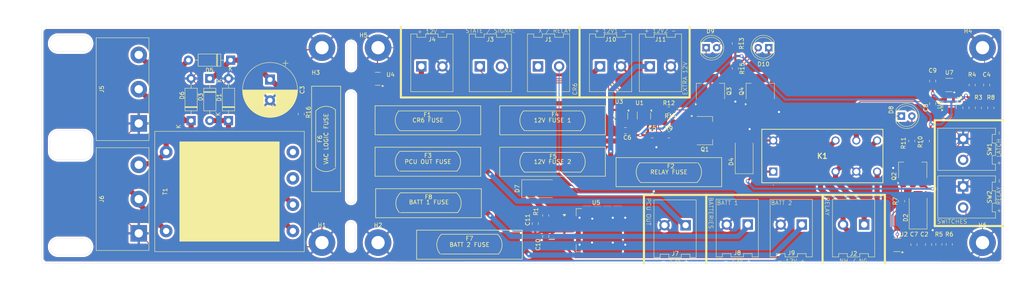
<source format=kicad_pcb>
(kicad_pcb (version 20241229) (generator "pcbnew") (generator_version "9.0")
  (title_block (title "Jet Flener (Revision of Design by Wesley T. Honeycutt)") (date "2025-06-02") (rev "0.4"))
  (layers (0 "F.Cu" signal) (2 "B.Cu" signal) (13 "F.Paste" user) (15 "B.Paste" user) (5 "F.SilkS" user "F.Silkscreen") (7 "B.SilkS" user "B.Silkscreen") (1 "F.Mask" user) (3 "B.Mask" user) (25 "Edge.Cuts" user))
  (net 0 "")
  (net 1 "Net-(C1-Pad2)")
  (net 2 "Net-(C1-Pad1)")
  (net 3 "Net-(D2-K)")
  (net 4 "GND")
  (net 5 "Net-(D3-K)")
  (net 6 "Net-(C4-Pad1)")
  (net 7 "Net-(D1-K)")
  (net 8 "Net-(D2-A)")
  (net 9 "Net-(D4-K)")
  (net 10 "Net-(D5-A)")
  (net 11 "+12V")
  (net 12 "Net-(D7-A)")
  (net 13 "Net-(D8-A)")
  (net 14 "Net-(D8-K)")
  (net 15 "Net-(D9-A)")
  (net 16 "Net-(D9-K)")
  (net 17 "Net-(D10-K)")
  (net 18 "Net-(D10-A)")
  (net 19 "Net-(F2-Pad1)")
  (net 20 "Net-(J7-Pin_1)")
  (net 21 "Net-(U5-IN)")
  (net 22 "Relay-toggle")
  (net 24 "Net-(J2-Pin_1)")
  (net 25 "Net-(J2-Pin_2)")
  (net 26 "LOGIC-Signal")
  (net 27 "Net-(J3-Pin_1)")
  (net 28 "Net-(J5-Pin_3)")
  (net 29 "Net-(J5-Pin_2)")
  (net 30 "Net-(Q1-B)")
  (net 31 "Net-(Q2-C)")
  (net 32 "Net-(Q2-B)")
  (net 33 "Net-(Q3-B)")
  (net 34 "Net-(Q4-B)")
  (net 35 "+5V")
  (net 36 "Net-(R7-Pad2)")
  (net 37 "LOGIC-Button")
  (net 38 "LOGIC-VAC")
  (net 39 "Net-(U1-Pad4)")
  (net 40 "Net-(U6-Pad4)")
  (net 43 "Net-(J4-Pin_1)")
  (net 44 "Net-(J10-Pin_1)")
  (net 45 "Net-(J11-Pin_1)")
  (net 46 "Net-(F6-Pad1)")
  (net 47 "Net-(U4-VI)")
  (net 48 "Net-(J9-Pin_1)")
  (net 49 "Net-(J8-Pin_1)")
  (footprint "EM27Footprints:Molex_Barrier_Term_Block-8.26mm-3pos" (layer "F.Cu") (at 52.4 51.76 90)
    (property "Reference" "J5")
    (property "Value" "Screw_Terminal_01x03")
  )
  (footprint "EM27Footprints:FUSE_5x20" (layer "F.Cu") (at 132 81)
    (property "Reference" "F7")
    (property "Value" "BATT 2 FUSE")
  )
  (footprint "EM27Footprints:FUSE_5x20" (layer "F.Cu") (at 180 63.5 180)
    (property "Reference" "F2")
    (property "Value" "RELAY FUSE")
  )
  (footprint "Diode_THT:D_DO-41_SOD81_P10.16mm_Horizontal" (layer "F.Cu") (at 69.5 40.92 -90)
    (property "Reference" "D3")
    (property "Value" "D")
  )
  (footprint "Capacitor_SMD:C_0805_2012Metric_Pad1.18x1.45mm_HandSolder" (layer "F.Cu") (at 147.85 75.9225 -90)
    (property "Reference" "C11")
    (property "Value" "0.1uF")
  )
  (footprint "EM27Footprints:KobiConn_5.08mm-2pos-35deg_screwterminal" (layer "F.Cu") (at 148.5 38)
    (property "Reference" "J1")
    (property "Value" "Screw_Terminal_01x02")
  )
  (footprint "MountingHole:MountingHole_3.2mm_M3_Pad" (layer "F.Cu") (at 255.5 33.5)
    (property "Reference" "H4")
    (property "Value" "MountingHole_Pad")
  )
  (footprint "Capacitor_SMD:C_0805_2012Metric_Pad1.18x1.45mm_HandSolder" (layer "F.Cu") (at 256.5 42.5 90)
    (property "Reference" "C4")
    (property "Value" "1uF")
  )
  (footprint "Package_TO_SOT_SMD:SOT-23" (layer "F.Cu") (at 109.9375 41 180)
    (property "Reference" "U4")
    (property "Value" "MCP1700x-500xxTT")
  )
  (footprint "Capacitor_SMD:C_0805_2012Metric_Pad1.18x1.45mm_HandSolder" (layer "F.Cu") (at 239 81 90)
    (property "Reference" "C7")
    (property "Value" "0.1uF")
  )
  (footprint "Resistor_SMD:R_0805_2012Metric_Pad1.20x1.40mm_HandSolder" (layer "F.Cu") (at 241.96 56 -90)
    (property "Reference" "R10")
    (property "Value" "100")
  )
  (footprint "EM27Footprints:KobiConn_5.08mm-2pos-35deg_screwterminal" (layer "F.Cu") (at 175.42 38)
    (property "Reference" "J11")
    (property "Value" "Screw_Terminal_01x02")
  )
  (footprint "Package_TO_SOT_SMD:SOT-23-5_HandSoldering" (layer "F.Cu") (at 168.5 49.85 -90)
    (property "Reference" "U3")
    (property "Value" "74AHCT1G08")
  )
  (footprint "EM27Footprints:Molex_Barrier_Term_Block-8.26mm-3pos" (layer "F.Cu") (at 52.4 78.26 90)
    (property "Reference" "J6")
    (property "Value" "Screw_Terminal_01x03")
  )
  (footprint "EM27Footprints:KobiConn_5.08mm-2pos-35deg_screwterminal" (layer "F.Cu") (at 163.42 38)
    (property "Reference" "J10")
    (property "Value" "Screw_Terminal_01x02")
  )
  (footprint "EM27Footprints:KobiConn_5.08mm-2pos-35deg_screwterminal" (layer "F.Cu") (at 120.42 38)
    (property "Reference" "J4")
    (property "Value" "Screw_Terminal_01x02")
  )
  (footprint "Package_TO_SOT_SMD:SOT-223-3_TabPin2" (layer "F.Cu") (at 202 44 90)
    (property "Reference" "Q4")
    (property "Value" "PZTA42")
  )
  (footprint "Resistor_SMD:R_0805_2012Metric_Pad1.20x1.40mm_HandSolder" (layer "F.Cu") (at 247.5 80.925 90)
    (property "Reference" "R5")
    (property "Value" "100k")
  )
  (footprint "EM27Footprints:KobiConn_5.08mm-2pos-35deg_screwterminal" (layer "F.Cu") (at 212 76.15 180)
    (property "Reference" "J9")
    (property "Value" "Screw_Terminal_01x02")
  )
  (footprint "MountingHole:MountingHole_3.2mm_M3_Pad" (layer "F.Cu") (at 96.5 80.5)
    (property "Reference" "H1")
    (property "Value" "MountingHole_Pad")
  )
  (footprint "Capacitor_SMD:C_0805_2012Metric_Pad1.18x1.45mm_HandSolder" (layer "F.Cu") (at 243.5 47 -90)
    (property "Reference" "C8")
    (property "Value" "0.1uF")
  )
  (footprint "Package_TO_SOT_SMD:SOT-223-3_TabPin2" (layer "F.Cu") (at 238.7 63 90)
    (property "Reference" "Q2")
    (property "Value" "PZTA42")
  )
  (footprint "Diode_SMD:D_SMB_Handsoldering" (layer "F.Cu") (at 149.3 67.5)
    (property "Reference" "D7")
    (property "Value" "D_Schottky")
  )
  (footprint "MountingHole:MountingHole_3.2mm_M3_Pad" (layer "F.Cu") (at 110 80.5)
    (property "Reference" "H2")
    (property "Value" "MountingHole_Pad")
  )
  (footprint "Package_TO_SOT_SMD:SOT-23-5_HandSoldering" (layer "F.Cu") (at 247.55 47.35 90)
    (property "Reference" "U6")
    (property "Value" "74AHCT1G00")
  )
  (footprint "Resistor_SMD:R_0805_2012Metric_Pad1.20x1.40mm_HandSolder" (layer "F.Cu") (at 253 42.5 90)
    (property "Reference" "R4")
    (property "Value" "100k")
  )
  (footprint "EM27Footprints:FUSE_5x20" (layer "F.Cu") (at 152 61 180)
    (property "Reference" "F5")
    (property "Value" "12V FUSE 2")
  )
  (footprint "EM27Footprints:FUSE_5x20" (layer "F.Cu") (at 122 61)
    (property "Reference" "F3")
    (property "Value" "PCU OUT FUSE")
  )
  (footprint "LED_THT:LED_D5.0mm" (layer "F.Cu") (at 235.96 50)
    (property "Reference" "D8")
    (property "Value" "LED")
  )
  (footprint "Package_TO_SOT_SMD:SOT-223-3_TabPin2" (layer "F.Cu") (at 188.625 53.5)
    (property "Reference" "Q1")
    (property "Value" "PZTA42")
  )
  (footprint "EM27Footprints:FUSE_5x20" (layer "F.Cu") (at 122.144 71)
    (property "Reference" "F8")
    (property "Value" "BATT 1 FUSE")
  )
  (footprint "EM27Footprints:KobiConn_5.08mm-2pos-35deg_screwterminal" (layer "F.Cu") (at 227 76.15 180)
    (property "Reference" "J2")
    (property "Value" "Screw_Terminal_01x02")
  )
  (footprint "Resistor_SMD:R_0805_2012Metric_Pad1.20x1.40mm_HandSolder" (layer "F.Cu") (at 150.35 73.96 -90)
    (property "Reference" "R1")
    (property "Value" "0")
  )
  (footprint "LED_THT:LED_D5.0mm" (layer "F.Cu") (at 188.96 33.5)
    (property "Reference" "D9")
    (property "Value" "LED")
  )
  (footprint "EM27Footprints:KobiConn_5.08mm-2pos-35deg_screwterminal" (layer "F.Cu") (at 250.825 66.96 -90)
    (property "Reference" "SW2")
    (property "Value" "SW_Push")
  )
  (footprint "LED_THT:LED_D5.0mm" (layer "F.Cu") (at 204.04 33.5 180)
    (property "Reference" "D10")
    (property "Value" "LED")
  )
  (footprint "EM27Footprints:FUSE_5x20" (layer "F.Cu") (at 97.5 55.5 90)
    (property "Reference" "F6")
    (property "Value" "VAC LOGIC FUSE")
  )
  (footprint "Capacitor_SMD:C_0805_2012Metric_Pad1.18x1.45mm_HandSolder" (layer "F.Cu") (at 242.5 80.9625 90)
    (property "Reference" "C2")
    (property "Value" "1uF")
  )
  (footprint "Package_TO_SOT_SMD:SOT-23-5_HandSoldering" (layer "F.Cu") (at 235 81.05 180)
    (property "Reference" "U2")
    (property "Value" "74AHCT1G86")
  )
  (footprint "Diode_THT:D_DO-41_SOD81_P10.16mm_Horizontal" (layer "F.Cu") (at 74 51.08 90)
    (property "Reference" "D1")
    (property "Value" "D")
  )
  (footprint "Package_TO_SOT_SMD:TO-263-3_TabPin2" (layer "F.Cu") (at 162.5 77.5)
    (property "Reference" "U5")
    (property "Value" "L7805")
  )
  (footprint "MountingHole:MountingHole_3.2mm_M3_Pad" (layer "F.Cu") (at 255.5 80.5)
    (property "Reference" "H6")
    (property "Value" "MountingHole_Pad")
  )
  (footprint "EM27Footprints:F12-090-C2" (layer "F.Cu") (at 74.2473 68.175 -90)
    (property "Reference" "T1")
    (property "Value" "Transformer_1P_2S")
  )
  (footprint "Resistor_SMD:R_0805_2012Metric_Pad1.20x1.40mm_HandSolder" (layer "F.Cu") (at 254.5 48 -90)
    (property "Reference" "R3")
    (property "Value" "100k")
  )
  (footprint "Capacitor_SMD:C_0805_2012Metric_Pad1.18x1.45mm_HandSolder" (layer "F.Cu") (at 243.5 41.5375 90)
    (property "Reference" "C9")
    (property "Value" "0.1uF")
  )
  (footprint "EM27Footprints:KobiConn_5.08mm-2pos-35deg_screwterminal" (layer "F.Cu") (at 250.825 55.46 -90)
    (property "Reference" "SW1")
    (property "Value" "SW_Push")
  )
  (footprint "Capacitor_SMD:C_0805_2012Metric_Pad1.18x1.45mm_HandSolder" (layer "F.Cu") (at 176 54.5)
    (property "Reference" "C5")
    (property "Value" "0.1uF")
  )
  (footprint "EM27Footprints:FUSE_5x20" (layer "F.Cu") (at 122 51 180)
    (property "Reference" "F1")
    (property "Value" "CR6 FUSE")
  )
  (footprint "Diode_THT:D_DO-41_SOD81_P10.16mm_Horizontal" (layer "F.Cu") (at 65 51.08 90)
    (property "Reference" "D6")
    (property "Value" "D")
  )
  (footprint "Resistor_SMD:R_0805_2012Metric_Pad1.20x1.40mm_HandSolder" (layer "F.Cu") (at 180 54.5)
    (property "Reference" "R9")
    (property "Value" "0")
  )
  (footprint "EM27Footprints:KobiConn_5.08mm-2pos-35deg_screwterminal" (layer "F.Cu") (at 134.5 38)
    (property "Reference" "J3")
    (property "Value" "Screw_Terminal_01x02")
  )
  (footprint "Resistor_SMD:R_0805_2012Metric_Pad1.20x1.40mm_HandSolder" (layer "F.Cu") (at 196 38.5 -90)
    (property "Reference" "R15")
    (property "Value" "10k")
  )
  (footprint "Capacitor_SMD:C_0805_2012Metric_Pad1.18x1.45mm_HandSolder" (layer "F.Cu") (at 251.5 48 -90)
    (property "Reference" "C1")
    (property "Value" "1uF")
  )
  (footprint "Resistor_SMD:R_0805_2012Metric_Pad1.20x1.40mm_HandSolder" (layer "F.Cu") (at 238.46 56 90)
    (property "Reference" "R11")
    (property "Value" "10k")
  )
  (footprint "Resistor_SMD:R_0805_2012Metric_Pad1.20x1.40mm_HandSolder" (layer "F.Cu") (at 196 32.5 90)
    (property "Reference" "R13")
    (property "Value" "10k")
  )
  (footprint "Resistor_SMD:R_0805_2012Metric_Pad1.20x1.40mm_HandSolder" (layer "F.Cu") (at 180 51.5)
    (property "Reference" "R14")
    (property "Value" "0")
  )
  (footprint "MountingHole:MountingHole_3.2mm_M3_Pad" (layer "F.Cu") (at 96.5 33.5)
    (property "Reference" "H3")
    (property "Value" "MountingHole_Pad")
  )
  (footprint "Diode_SMD:D_SMB_Handsoldering" (layer "F.Cu") (at 198.125 59.175 90)
    (property "Reference" "D4")
    (property "Value" "D")
  )
  (footprint "MountingHole:MountingHole_3.2mm_M3_Pad" (layer "F.Cu") (at 110 33.5)
    (property "Reference" "H5")
    (property "Value" "MountingHole_Pad")
  )
  (footprint "Diode_SMD:D_SMB_Handsoldering" (layer "F.Cu") (at 240 72.5 90)
    (property "Reference" "D2")
    (property "Value" "D")
  )
  (footprint "Package_TO_SOT_SMD:SOT-23-5_HandSoldering" (layer "F.Cu") (at 174 49.85 -90)
    (property "Reference" "U1")
    (property "Value" "74AHCT1G86")
  )
  (footprint "Capacitor_SMD:C_0805_2012Metric_Pad1.18x1.45mm_HandSolder" (layer "F.Cu") (at 150.35 78.9975 90)
    (property "Reference" "C10")
    (property "Value" "0.1uF")
  )
  (footprint "Diode_THT:D_DO-41_SOD81_P10.16mm_Horizontal" (layer "F.Cu") (at 74.5 36.5 180)
    (property "Reference" "D5")
    (property "Value" "D")
  )
  (footprint "Resistor_SMD:R_0805_2012Metric_Pad1.20x1.40mm_HandSolder" (layer "F.Cu") (at 236 70.5 -90)
    (property "Reference" "R7")
    (property "Value" "0")
  )
  (footprint "EM27Footprints:KobiConn_5.08mm-2pos-35deg_screwterminal" (layer "F.Cu") (at 184.028027 76.303805 180)
    (property "Reference" "J7")
    (property "Value" "Screw_Terminal_01x02")
  )
  (footprint "Package_TO_SOT_SMD:SOT-23-5_HandSoldering" (layer "F.Cu") (at 247.5 42.5 180)
    (property "Reference" "U7")
    (property "Value" "74AHCT1G00")
  )
  (footprint "Resistor_SMD:R_0805_2012Metric_Pad1.20x1.40mm_HandSolder" (layer "F.Cu") (at 91.5 49.5 -90)
    (property "Reference" "R16")
    (property "Value" "0")
  )
  (footprint "Resistor_SMD:R_0805_2012Metric_Pad1.20x1.40mm_HandSolder" (layer "F.Cu") (at 257.5 48 -90)
    (property "Reference" "R8")
    (property "Value" "5M")
  )
  (footprint "Resistor_SMD:R_0805_2012Metric_Pad1.20x1.40mm_HandSolder" (layer "F.Cu") (at 245 80.925 -90)
    (property "Reference" "R6")
    (property "Value" "5M")
  )
  (footprint "Resistor_SMD:R_0805_2012Metric_Pad1.20x1.40mm_HandSolder" (layer "F.Cu") (at 180 48.5)
    (property "Reference" "R12")
    (property "Value" "0")
  )
  (footprint "EM27Footprints:J114FL2CS85VDC41" (layer "F.Cu") (at 205.125 63.375)
    (property "Reference" "K1")
    (property "Value" "Relay_DPDT" (hide yes))
  )
  (footprint "EM27Footprints:FUSE_5x20" (layer "F.Cu") (at 152 51 180)
    (property "Reference" "F4")
    (property "Value" "12V FUSE 1")
  )
  (footprint "Package_TO_SOT_SMD:SOT-223-3_TabPin2" (layer "F.Cu") (at 190 44 90)
    (property "Reference" "Q3")
    (property "Value" "PZTA42")
  )
  (footprint "Capacitor_SMD:C_0805_2012Metric_Pad1.18x1.45mm_HandSolder" (layer "F.Cu") (at 169.5375 53.5 180)
    (property "Reference" "C6")
    (property "Value" "0.1uF")
  )
  (footprint "Capacitor_THT:CP_Radial_D13.0mm_P5.00mm" (layer "F.Cu") (at 84 41.184785 -90)
    (property "Reference" "C3")
    (property "Value" "1kuF")
  )
  (footprint "EM27Footprints:KobiConn_5.08mm-2pos-35deg_screwterminal" (layer "F.Cu") (at 199 76.15 180)
    (property "Reference" "J8")
    (property "Value" "Screw_Terminal_01x02")
  )
  (gr_line (start 236.5 32.5) (end 240 32.5) (stroke (width 0.508)) (layer "F.Cu"))
  (gr_line (start 232.5 32.5) (end 233.5 33.5) (stroke (width 0.508)) (layer "F.Cu"))
  (gr_line (start 237.5 38.5) (end 237.5 42.5) (stroke (width 0.508)) (layer "F.Cu"))
  (gr_line (start 236.5 37.5) (end 239.5 37.5) (stroke (width 0.508)) (layer "F.Cu"))
  (gr_line (start 229.5 33.5) (end 230.5 32.5) (stroke (width 0.508)) (layer "F.Cu"))
  (gr_line (start 235.5 33.5) (end 236.5 32.5) (stroke (width 0.508)) (layer "F.Cu"))
  (gr_line (start 215 32.5) (end 215 42.5) (stroke (width 0.508)) (layer "F.Cu"))
  (gr_line (start 227 32.5) (end 227 42.5) (stroke (width 0.508)) (layer "F.Cu"))
  (gr_line (start 224.5 35) (end 227 32.5) (stroke (width 0.508)) (layer "F.Cu"))
  (gr_line (start 240 32.5) (end 237.5 38.5) (stroke (width 0.508)) (layer "F.Cu"))
  (gr_line (start 229.5 40.5) (end 229.5 42.5) (stroke (width 0.508)) (layer "F.Cu"))
  (gr_line (start 215 42.5) (end 219 42.5) (stroke (width 0.508)) (layer "F.Cu"))
  (gr_line (start 222 32.5) (end 224.5 35) (stroke (width 0.508)) (layer "F.Cu"))
  (gr_line (start 215 32.5) (end 219 32.5) (stroke (width 0.508)) (layer "F.Cu"))
  (gr_line (start 215 37.5) (end 217.5 37.5) (stroke (width 0.508)) (layer "F.Cu"))
  (gr_line (start 233.5 33.5) (end 229.5 40.5) (stroke (width 0.508)) (layer "F.Cu"))
  (gr_line (start 230.5 32.5) (end 232.5 32.5) (stroke (width 0.508)) (layer "F.Cu"))
  (gr_line (start 229.5 42.5) (end 233.5 42.5) (stroke (width 0.508)) (layer "F.Cu"))
  (gr_line (start 222 32.5) (end 222 42.5) (stroke (width 0.508)) (layer "F.Cu"))
  (gr_line (start 185 45.5) (end 185 28.5) (stroke (width 0.508)) (layer "F.SilkS"))
  (gr_line (start 217 69) (end 232 69) (stroke (width 0.508)) (layer "F.SilkS"))
  (gr_line (start 244 76.5) (end 244 51) (stroke (width 0.508)) (layer "F.SilkS"))
  (gr_line (start 189 69) (end 189 85.5) (stroke (width 0.508)) (layer "F.SilkS"))
  (gr_line (start 217 69) (end 189 69) (stroke (width 0.508)) (layer "F.SilkS"))
  (gr_line (start 244 76.5) (end 260.5 76.5) (stroke (width 0.508)) (layer "F.SilkS"))
  (gr_line (start 158.5 45.5) (end 185 45.5) (stroke (width 0.508)) (layer "F.SilkS"))
  (gr_line (start 174 69) (end 174 85.5) (stroke (width 0.508)) (layer "F.SilkS"))
  (gr_line (start 115.5 28.5) (end 115.5 45.5) (stroke (width 0.508)) (layer "F.SilkS"))
  (gr_line (start 244 51) (end 260.5 51) (stroke (width 0.508)) (layer "F.SilkS"))
  (gr_line (start 115.5 45.5) (end 158.5 45.5) (stroke (width 0.508)) (layer "F.SilkS"))
  (gr_line (start 232 69) (end 232 85.5) (stroke (width 0.508)) (layer "F.SilkS"))
  (gr_line (start 189 69) (end 174 69) (stroke (width 0.508)) (layer "F.SilkS"))
  (gr_line (start 217 85.5) (end 217 69) (stroke (width 0.508)) (layer "F.SilkS"))
  (gr_line (start 158.5 45.5) (end 158.5 28.5) (stroke (width 0.508)) (layer "F.SilkS"))
  (gr_line (start 104.5 38) (end 104.5 33) (stroke (width 0.05)) (layer "Edge.Cuts"))
  (gr_arc (start 102.5 45) (mid 103.5 44) (end 104.5 45) (stroke (width 0.05)) (layer "Edge.Cuts"))
  (gr_arc (start 33 34.5) (mid 31 32.5) (end 33 30.5) (stroke (width 0.05)) (layer "Edge.Cuts"))
  (gr_line (start 102.5 45) (end 102.5 70) (stroke (width 0.05)) (layer "Edge.Cuts"))
  (gr_line (start 102.5 76.5) (end 102.5 81.5) (stroke (width 0.05)) (layer "Edge.Cuts"))
  (gr_arc (start 104.5 38) (mid 103.5 39) (end 102.5 38) (stroke (width 0.05)) (layer "Edge.Cuts"))
  (gr_line (start 41 58.5) (end 41 55.5) (stroke (width 0.05)) (layer "Edge.Cuts"))
  (gr_arc (start 33 60.5) (mid 31.585786 59.914214) (end 31 58.5) (stroke (width 0.05)) (layer "Edge.Cuts"))
  (gr_arc (start 104.5 81.5) (mid 103.5 82.5) (end 102.5 81.5) (stroke (width 0.05)) (layer "Edge.Cuts"))
  (gr_line (start 39 83.5) (end 33 83.5) (stroke (width 0.05)) (layer "Edge.Cuts"))
  (gr_line (start 29 28.5) (end 29 85.5) (stroke (width 0.05)) (layer "Edge.Cuts"))
  (gr_line (start 102.5 33) (end 102.5 38) (stroke (width 0.05)) (layer "Edge.Cuts"))
  (gr_line (start 33 53.5) (end 39 53.5) (stroke (width 0.05)) (layer "Edge.Cuts"))
  (gr_line (start 260.5 28.5) (end 29 28.5) (stroke (width 0.05)) (layer "Edge.Cuts"))
  (gr_line (start 39 60.5) (end 33 60.5) (stroke (width 0.05)) (layer "Edge.Cuts"))
  (gr_line (start 115 85.5) (end 260.5 85.5) (stroke (width 0.05)) (layer "Edge.Cuts"))
  (gr_line (start 39 34.5) (end 33 34.5) (stroke (width 0.05)) (layer "Edge.Cuts"))
  (gr_line (start 33 79.5) (end 39 79.5) (stroke (width 0.05)) (layer "Edge.Cuts"))
  (gr_arc (start 39 30.5) (mid 41 32.5) (end 39 34.5) (stroke (width 0.05)) (layer "Edge.Cuts"))
  (gr_line (start 31 55.5) (end 31 58.5) (stroke (width 0.05)) (layer "Edge.Cuts"))
  (gr_arc (start 33 83.5) (mid 31 81.5) (end 33 79.5) (stroke (width 0.05)) (layer "Edge.Cuts"))
  (gr_line (start 104.5 70) (end 104.5 45) (stroke (width 0.05)) (layer "Edge.Cuts"))
  (gr_line (start 104.5 81.5) (end 104.5 76.5) (stroke (width 0.05)) (layer "Edge.Cuts"))
  (gr_arc (start 104.5 70) (mid 103.5 71) (end 102.5 70) (stroke (width 0.05)) (layer "Edge.Cuts"))
  (gr_arc (start 41 58.5) (mid 40.414214 59.914214) (end 39 60.5) (stroke (width 0.05)) (layer "Edge.Cuts"))
  (gr_arc (start 102.5 76.5) (mid 103.5 75.5) (end 104.5 76.5) (stroke (width 0.05)) (layer "Edge.Cuts"))
  (gr_arc (start 102.5 33) (mid 103.5 32) (end 104.5 33) (stroke (width 0.05)) (layer "Edge.Cuts"))
  (gr_arc (start 39 79.5) (mid 41 81.5) (end 39 83.5) (stroke (width 0.05)) (layer "Edge.Cuts"))
  (gr_line (start 33 30.5) (end 39 30.5) (stroke (width 0.05)) (layer "Edge.Cuts"))
  (gr_arc (start 39 53.5) (mid 40.414214 54.085786) (end 41 55.5) (stroke (width 0.05)) (layer "Edge.Cuts"))
  (gr_arc (start 31 55.5) (mid 31.585786 54.085786) (end 33 53.5) (stroke (width 0.05)) (layer "Edge.Cuts"))
  (gr_line (start 29 85.5) (end 115 85.5) (stroke (width 0.05)) (layer "Edge.Cuts"))
  (gr_line (start 260.5 85.5) (end 260.5 28.5) (stroke (width 0.05)) (layer "Edge.Cuts"))
  (gr_text "NH / NG" (at 221 85.5 0) (layer "F.SilkS") (effects (font (size 1 1) (thickness 0.1)) (justify left bottom)))
  (gr_text "X / RELAY" (at 148.5 30 0) (layer "F.SilkS") (effects (font (size 1 1) (thickness 0.1)) (justify left bottom)))
  (gr_text "BATT 1" (at 191.5 71.5 0) (layer "F.SilkS") (effects (font (size 1 1) (thickness 0.1)) (justify left bottom)))
  (gr_text "PCU OUT" (at 174.528027 69.653805 270) (layer "F.SilkS") (effects (font (size 1 1) (thickness 0.1)) (justify left bottom)))
  (gr_text "EXTRA 12V" (at 184.5 45 90) (layer "F.SilkS") (effects (font (size 1 1) (thickness 0.1)) (justify left bottom)))
  (gr_text "- 12V +" (at 193 85.5 0) (layer "F.SilkS") (effects (font (size 1 1) (thickness 0.1)) (justify left bottom)))
  (gr_text "SWITCHES" (at 244.5 76 0) (layer "F.SilkS") (effects (font (size 1 1) (thickness 0.1)) (justify left bottom)))
  (gr_text "+ 12V2 -" (at 174 30 0) (layer "F.SilkS") (effects (font (size 1 1) (thickness 0.1)) (justify left bottom)))
  (gr_text "BATTERIES" (at 189.5 69.5 270) (layer "F.SilkS") (effects (font (size 1 1) (thickness 0.1)) (justify left bottom)))
  (gr_text "+ 12V -" (at 119.38 30.2 0) (layer "F.SilkS") (effects (font (size 1 1) (thickness 0.1)) (justify left bottom)))
  (gr_text "RELAY" (at 217.5 69.5 270) (layer "F.SilkS") (effects (font (size 1 1) (thickness 0.1)) (justify left bottom)))
  (gr_text "+ 12V1 -" (at 162 30 0) (layer "F.SilkS") (effects (font (size 1 1) (thickness 0.1)) (justify left bottom)))
  (gr_text "- 12V +" (at 206 85.5 0) (layer "F.SilkS") (effects (font (size 1 1) (thickness 0.1)) (justify left bottom)))
  (gr_text "+ LATCH -" (at 260 62 90) (layer "F.SilkS") (effects (font (size 1 1) (thickness 0.1)) (justify left bottom)))
  (gr_text "+ RELAY -" (at 260 73.5 90) (layer "F.SilkS") (effects (font (size 1 1) (thickness 0.1)) (justify left bottom)))
  (gr_text "STATE / SIGNAL" (at 131 30 0) (layer "F.SilkS") (effects (font (size 1 1) (thickness 0.1)) (justify left bottom)))
  (gr_text "BATT 2" (at 204.5 71.5 0) (layer "F.SilkS") (effects (font (size 1 1) (thickness 0.1)) (justify left bottom)))
  (gr_text "- 12V +" (at 178 85.5 0) (layer "F.SilkS") (effects (font (size 1 1) (thickness 0.1)) (justify left bottom)))
  (gr_text "CR6" (at 158 45 90) (layer "F.SilkS") (effects (font (size 1 1) (thickness 0.1)) (justify left bottom)))
  (segment (start 254.5 49) (end 254.5 56.865) (width 0.2) (layer "F.Cu") (net 1))
  (segment (start 254.5 49) (end 257.5 49) (width 0.2) (layer "F.Cu") (net 1))
  (segment (start 254.5 56.865) (end 250.825 60.54) (width 0.2) (layer "F.Cu") (net 1))
  (segment (start 254.5 49) (end 251.5375 49) (width 0.2) (layer "F.Cu") (net 1))
  (segment (start 251.5375 49) (end 251.5 49.0375) (width 0.2) (layer "F.Cu") (net 1))
  (segment (start 251.05 43.45) (end 253 41.5) (width 0.2) (layer "F.Cu") (net 2))
  (segment (start 248.85 43.45) (end 251.05 43.45) (width 0.2) (layer "F.Cu") (net 2))
  (segment (start 251.5 46.1) (end 251.5 46.9625) (width 0.2) (layer "F.Cu") (net 2))
  (segment (start 248.85 43.45) (end 251.5 46.1) (width 0.2) (layer "F.Cu") (net 2))
  (segment (start 243.759202 81.740798) (end 243.5 82) (width 0.2) (layer "F.Cu") (net 3))
  (segment (start 243.759202 78.565881) (end 243.759202 81.740798) (width 0.2) (layer "F.Cu") (net 3))
  (segment (start 241.299 80.799) (end 239.76216 80.799) (width 0.2) (layer "F.Cu") (net 3))
  (segment (start 242.191364 75.2) (end 244.31484 77.323476) (width 0.2) (layer "F.Cu") (net 3))
  (segment (start 244.31484 78.010243) (end 243.759202 78.565881) (width 0.2) (layer "F.Cu") (net 3))
  (segment (start 244.925 82) (end 245 81.925) (width 0.2) (layer "F.Cu") (net 3))
  (segment (start 242.5 82) (end 241.299 80.799) (width 0.2) (layer "F.Cu") (net 3))
  (segment (start 244.31484 77.323476) (end 244.31484 78.010243) (width 0.2) (layer "F.Cu") (net 3))
  (segment (start 239.76216 80.799) (end 239.51116 81.05) (width 0.2) (layer "F.Cu") (net 3))
  (segment (start 242.5 82) (end 243.5 82) (width 0.2) (layer "F.Cu") (net 3))
  (segment (start 240 75.2) (end 242.191364 75.2) (width 0.2) (layer "F.Cu") (net 3))
  (segment (start 243.5 82) (end 244.925 82) (width 0.2) (layer "F.Cu") (net 3))
  (segment (start 239.51116 81.05) (end 236.35 81.05) (width 0.2) (layer "F.Cu") (net 3))
  (segment (start 197.5 80.23) (end 197.5 80.275) (width 0.25) (layer "F.Cu") (net 4))
  (segment (start 249.801 40.599) (end 248.85 41.55) (width 0.2) (layer "F.Cu") (net 4))
  (segment (start 258.5875 55.5875) (end 259 55.175) (width 0.2) (layer "F.Cu") (net 4))
  (segment (start 247.5 51.4329) (end 247.5 52.135) (width 0.2) (layer "F.Cu") (net 4))
  (segment (start 152.39 77.5) (end 154.85 77.5) (width 0.508) (layer "F.Cu") (net 4))
  (segment (start 181.5 80.275) (end 183 80.275) (width 0.2) (layer "F.Cu") (net 4))
  (segment (start 200.94 55.875) (end 200.94 54.625) (width 0.508) (layer "F.Cu") (net 4))
  (segment (start 71.92 34) (end 92 34) (width 0.2) (layer "F.Cu") (net 4))
  (segment (start 192.3 47.15) (end 195.35 47.15) (width 0.2) (layer "F.Cu") (net 4))
  (segment (start 152.81 77.5) (end 154.85 77.5) (width 0.508) (layer "F.Cu") (net 4))
  (segment (start 256.5 41.4625) (end 255.6365 40.599) (width 0.2) (layer "F.Cu") (net 4))
  (segment (start 109.972766 40.527234) (end 109.8365 40.390968) (width 0.2) (layer "F.Cu") (net 4))
  (segment (start 205 47.5) (end 206.5 49) (width 0.2) (layer "F.Cu") (net 4))
  (segment (start 225.125 63.375) (end 227.25 61.25) (width 0.25) (layer "F.Cu") (net 4))
  (segment (start 259 55.175) (end 259 43.9625) (width 0.2) (layer "F.Cu") (net 4))
  (segment (start 256.46 33.5) (end 254.46 31.5) (width 0.2) (layer "F.Cu") (net 4))
  (segment (start 203.295 80.275) (end 206.92 76.65) (width 0.2) (layer "F.Cu") (net 4))
  (segment (start 177 57.5) (end 177 77.775) (width 0.2) (layer "F.Cu") (net 4))
  (segment (start 185.5 80.275) (end 185.551 80.224) (width 0.2) (layer "F.Cu") (net 4))
  (segment (start 253 30.5) (end 256 33.5) (width 0.2) (layer "F.Cu") (net 4))
  (segment (start 212.5 30.5) (end 253 30.5) (width 0.2) (layer "F.Cu") (net 4))
  (segment (start 176.7 55.8) (end 178 55.8) (width 0.2) (layer "F.Cu") (net 4))
  (segment (start 247.7625 40.4625) (end 244 40.4625) (width 0.2) (layer "F.Cu") (net 4))
  (segment (start 242.5 78.5) (end 243.5 77.5) (width 0.2) (layer "F.Cu") (net 4))
  (segment (start 259 43.9625) (end 256.5 41.4625) (width 0.2) (layer "F.Cu") (net 4))
  (segment (start 177.0375 55.5375) (end 177.0375 54.5) (width 0.2) (layer "F.Cu") (net 4))
  (segment (start 94.5 74) (end 96.5 76) (width 0.2) (layer "F.Cu") (net 4))
  (segment (start 52.4 51.76) (end 46 58.16) (width 0.2) (layer "F.Cu") (net 4))
  (segment (start 177 34.5) (end 180.5 38) (width 0.2) (layer "F.Cu") (net 4))
  (segment (start 65 40.92) (end 69.5 45.42) (width 0.2) (layer "F.Cu") (net 4))
  (segment (start 177.3 55.8) (end 178 55.8) (width 0.2) (layer "F.Cu") (net 4))
  (segment (start 247.0671 51) (end 247.5 51.4329) (width 0.2) (layer "F.Cu") (net 4))
  (segment (start 147.85 76.96) (end 148.35 76.46) (width 0.508) (layer "F.Cu") (net 4))
  (segment (start 109.972766 40.527234) (end 110.875 41.429468) (width 0.2) (layer "F.Cu") (net 4))
  (segment (start 166.425 80.275) (end 174.5 80.275) (width 0.2) (layer "F.Cu") (net 4))
  (segment (start 242.325 80.1) (end 242.5 79.925) (width 0.2) (layer "F.Cu") (net 4))
  (segment (start 205 45.5) (end 205 46.45) (width 0.2) (layer "F.Cu") (net 4))
  (segment (start 248.5 49.5671) (end 248.5 48.7) (width 0.2) (layer "F.Cu") (net 4))
  (segment (start 197.5 80.275) (end 199.375 80.275) (width 0.2) (layer "F.Cu") (net 4))
  (segment (start 69.5 45.42) (end 74 40.92) (width 0.2) (layer "F.Cu") (net 4))
  (segment (start 182.545 80.275) (end 183 80.275) (width 0.25) (layer "F.Cu") (net 4))
  (segment (start 109.8365 40.390968) (end 109.8365 38) (width 0.2) (layer "F.Cu") (net 4))
  (segment (start 95.5 34) (end 96.5 33) (width 0.2) (layer "F.Cu") (net 4))
  (segment (start 205 45.5) (end 205 39) (width 0.2) (layer "F.Cu") (net 4))
  (segment (start 96.5 76) (end 96.5 76.5) (width 0.2) (layer "F.Cu") (net 4))
  (segment (start 208.5 30.5) (end 212.5 30.5) (width 0.2) (layer "F.Cu") (net 4))
  (segment (start 247.5 52.135) (end 250.825 55.46) (width 0.2) (layer "F.Cu") (net 4))
  (segment (start 167.55 48.98999) (end 167.55 48.5) (width 0.2) (layer "F.Cu") (net 4))
  (segment (start 110.875 41.429468) (end 110.875 41.95) (width 0.2) (layer "F.Cu") (net 4))
  (segment (start 172 34.5) (end 168.5 38) (width 0.2) (layer "F.Cu") (net 4))
  (segment (start 150.35 77.96) (end 152.35 77.96) (width 0.508) (layer "F.Cu") (net 4))
  (segment (start 206.5 37.5) (end 206.5 32.5) (width 0.2) (layer "F.Cu") (net 4))
  (segment (start 152.35 77.96) (end 152.81 77.5) (width 0.508) (layer "F.Cu") (net 4))
  (segment (start 244 48.4625) (end 244 50) (width 0.2) (layer "F.Cu") (net 4))
  (segment (start 200.94 54.625) (end 199.44 53.125) (width 0.508) (layer "F.Cu") (net 4))
  (segment (start 176 56.5) (end 176.7 55.8) (width 0.2) (layer "F.Cu") (net 4))
  (segment (start 185.475 55.8) (end 182 55.8) (width 0.2) (layer "F.Cu") (net 4))
  (segment (start 105.5 76) (end 110 80.5) (width 0.2) (layer "F.Cu") (net 4))
  (segment (start 172 34.5) (end 176 30.5) (width 0.2) (layer "F.Cu") (net 4))
  (segment (start 92.5 34) (end 95.5 34) (width 0.2) (layer "F.Cu") (net 4))
  (segment (start 92.5 55.5) (end 92.5 70.55) (width 0.2) (layer "F.Cu") (net 4))
  (segment (start 177.0375 50.5375) (end 176.619 50.119) (width 0.2) (layer "F.Cu") (net 4))
  (segment (start 114.399 84.899) (end 130.601 84.899) (width 0.2) (layer "F.Cu") (net 4))
  (segment (start 207.5 30.5) (end 208.5 30.5) (width 0.2) (layer "F.Cu") (net 4))
  (segment (start 105.5 46) (end 105.5 76) (width 0.2) (layer "F.Cu") (net 4))
  (segment (start 243.5 47.9625) (end 244 48.4625) (width 0.2) (layer "F.Cu") (net 4))
  (segment (start 185.5 80.275) (end 181.5 80.275) (width 0.2) (layer "F.Cu") (net 4))
  (segment (start 242.5 79.925) (end 239.0375 79.925) (width 0.2) (layer "F.Cu") (net 4))
  (segment (start 109.8365 33.1635) (end 110 33) (width 0.2) (layer "F.Cu") (net 4))
  (segment (start 245 51) (end 247.0671 51) (width 0.2) (layer "F.Cu") (net 4))
  (segment (start 95.5 81.5) (end 96.5 80.5) (width 0.2) (layer "F.Cu") (net 4))
  (segment (start 109.8365 37.5) (end 109.8365 34.1635) (width 0.2) (layer "F.Cu") (net 4))
  (segment (start 46 71.86) (end 52.4 78.26) (width 0.2) (layer "F.Cu") (net 4))
  (segment (start 92.5 70.55) (end 94.5 72.55) (width 0.2) (layer "F.Cu") (net 4))
  (segment (start 96.5 76.5) (end 96.5 81.5) (width 0.2) (layer "F.Cu") (net 4))
  (segment (start 109.8365 38) (end 109.8365 33.6635) (width 0.2) (layer "F.Cu") (net 4))
  (segment (start 244 50) (end 245 51) (width 0.2) (layer "F.Cu") (net 4))
  (segment (start 232.75 61.25) (end 234 62.5) (width 0.25) (layer "F.Cu") (net 4))
  (segment (start 110.875 41.95) (end 109.55 41.95) (width 0.2) (layer "F.Cu") (net 4))
  (segment (start 130.601 84.899) (end 138.54 76.96) (width 0.2) (layer "F.Cu") (net 4))
  (segment (start 177 54.4625) (end 177.0375 54.5) (width 0.2) (layer "F.Cu") (net 4))
  (segment (start 171 56.5) (end 168.5 54) (width 0.2) (layer "F.Cu") (net 4))
  (segment (start 176 30.5) (end 207.5 30.5) (width 0.2) (layer "F.Cu") (net 4))
  (segment (start 239 79.9625) (end 238.5375 79.9625) (width 0.2) (layer "F.Cu") (net 4))
  (segment (start 92 34) (end 92.5 34) (width 0.2) (layer "F.Cu") (net 4))
  (segment (start 205.125 55.875) (end 200.94 55.875) (width 0.508) (layer "F.Cu") (net 4))
  (segment (start 205 45.5) (end 205 47.5) (width 0.2) (layer "F.Cu") (net 4))
  (segment (start 172 34.5) (end 177 34.5) (width 0.2) (layer "F.Cu") (net 4))
  (segment (start 96.5 76.5) (end 96.5 80.5) (width 0.2) (layer "F.Cu") (net 4))
  (segment (start 92 34) (end 96 34) (width 0.2) (layer "F.Cu") (net 4))
  (segment (start 104.5 73.5) (end 95.45 73.5) (width 0.2) (layer "F.Cu") (net 4))
  (segment (start 92 81.5) (end 95.5 81.5) (width 0.2) (layer "F.Cu") (net 4))
  (segment (start 183 80.275) (end 194 80.275) (width 0.2) (layer "F.Cu") (net 4))
  (segment (start 177 77.775) (end 174.5 80.275) (width 0.2) (layer "F.Cu") (net 4))
  (segment (start 255.6365 40.599) (end 249.801 40.599) (width 0.2) (layer "F.Cu") (net 4))
  (segment (start 174.5 80.275) (end 180.5 80.275) (width 0.2) (layer "F.Cu") (net 4))
  (segment (start 84 47) (end 92.5 55.5) (width 0.2) (layer "F.Cu") (net 4))
  (segment (start 176 56.5) (end 171 56.5) (width 0.2) (layer "F.Cu") (net 4))
  (segment (start 178.92 76.65) (end 182.545 80.275) (width 0.25) (layer "F.Cu") (net 4))
  (segment (start 258.675 55.5) (end 258.5875 55.5875) (width 0.2) (layer "F.Cu") (net 4))
  (segment (start 249.175 62.5) (end 247.675 61) (width 0.2) (layer "F.Cu") (net 4))
  (segment (start 168.5 53.5) (end 168.5 49.93999) (width 0.2) (layer "F.Cu") (net 4))
  (segment (start 96 34) (end 96.5 33.5) (width 0.2) (layer "F.Cu") (net 4))
  (segment (start 173.05 49.279999) (end 173.05 48.5) (width 0.2) (layer "F.Cu") (net 4))
  (segment (start 92 81.5) (end 96 81.5) (width 0.2) (layer "F.Cu") (net 4))
  (segment (start 247.0671 51) (end 248.5 49.5671) (width 0.2) (layer "F.Cu") (net 4))
  (segment (start 206.5 32.5) (end 208.5 30.5) (width 0.2) (layer "F.Cu") (net 4))
  (segment (start 180.5 80.275) (end 181.5 80.275) (width 0.2) (layer "F.Cu") (net 4))
  (segment (start 238.5375 79.9625) (end 238.4 80.1) (width 0.2) (layer "F.Cu") (net 4))
  (segment (start 151.35 76.46) (end 152.39 77.5) (width 0.508) (layer "F.Cu") (net 4))
  (segment (start 109.8365 34.1635) (end 110 34) (width 0.2) (layer "F.Cu") (net 4))
  (segment (start 247.675 59) (end 250.825 55.85) (width 0.2) (layer "F.Cu") (net 4))
  (segment (start 110 80.5) (end 114.399 84.899) (width 0.2) (layer "F.Cu") (net 4))
  (segment (start 178 55.8) (end 182 55.8) (width 0.2) (layer "F.Cu") (net 4))
  (segment (start 109.55 41.95) (end 105.5 46) (width 0.2) (layer "F.Cu") (net 4))
  (segment (start 109.8365 37.5) (end 109.8365 33.1635) (width 0.2) (layer "F.Cu") (net 4))
  (segment (start 239.0375 79.925) (end 239 79.9625) (width 0.2) (layer "F.Cu") (net 4))
  (segment (start 242.5 79.925) (end 242.5 78.5) (width 0.2) (layer "F.Cu") (net 4))
  (segment (start 205 39) (end 206.5 37.5) (width 0.2) (layer "F.Cu") (net 4))
  (segment (start 96 81.5) (end 96.5 81) (width 0.2) (layer "F.Cu") (net 4))
  (segment (start 227.25 61.25) (end 232.75 61.25) (width 0.25) (layer "F.Cu") (net 4))
  (segment (start 148.35 76.46) (end 151.35 76.46) (width 0.508) (layer "F.Cu") (net 4))
  (segment (start 199.375 80.275) (end 203.295 80.275) (width 0.2) (layer "F.Cu") (net 4))
  (segment (start 95.45 73.5) (end 94.5 72.55) (width 0.2) (layer "F.Cu") (net 4))
  (segment (start 238.4 80.1) (end 236.35 80.1) (width 0.2) (layer "F.Cu") (net 4))
  (segment (start 52.4 78.26) (end 55.64 81.5) (width 0.2) (layer "F.Cu") (net 4))
  (segment (start 198.725 55.875) (end 198.125 56.475) (width 0.508) (layer "F.Cu") (net 4))
  (segment (start 200.94 55.875) (end 198.725 55.875) (width 0.508) (layer "F.Cu") (net 4))
  (segment (start 46 58.16) (end 46 71.86) (width 0.2) (layer "F.Cu") (net 4))
  (segment (start 94.5 74) (end 94.5 72.55) (width 0.2) (layer "F.Cu") (net 4))
  (segment (start 194 80.275) (end 197.5 80.275) (width 0.2) (layer "F.Cu") (net 4))
  (segment (start 247.675 61) (end 247.675 59) (width 0.2) (layer "F.Cu") (net 4))
  (segment (start 243.5 48) (end 243.5 47.9625) (width 0.2) (layer "F.Cu") (net 4))
  (segment (start 193.92 76.65) (end 197.5 80.23) (width 0.25) (layer "F.Cu") (net 4))
  (segment (start 84 46.184785) (end 84 47) (width 0.2) (layer "F.Cu") (net 4))
  (segment (start 177.0375 55.5375) (end 177.3 55.8) (width 0.2) (layer "F.Cu") (net 4))
  (segment (start 55.64 81.5) (end 92 81.5) (width 0.2) (layer "F.Cu") (net 4))
  (segment (start 168.5 49.93999) (end 167.55 48.98999) (width 0.2) (layer "F.Cu") (net 4))
  (segment (start 78.735215 40.92) (end 84 46.184785) (width 0.2) (layer "F.Cu") (net 4))
  (segment (start 138.54 76.96) (end 147.85 76.96) (width 0.2) (layer "F.Cu") (net 4))
  (segment (start 205 46.45) (end 204.3 47.15) (width 0.2) (layer "F.Cu") (net 4))
  (segment (start 173.889001 50.119) (end 173.05 49.279999) (width 0.2) (layer "F.Cu") (net 4))
  (segment (start 176 56.5) (end 177 57.5) (width 0.2) (layer "F.Cu") (net 4))
  (segment (start 177.0375 54.5) (end 177.0375 50.5375) (width 0.2) (layer "F.Cu") (net 4))
  (segment (start 176.619 50.119) (end 173.889001 50.119) (width 0.2) (layer "F.Cu") (net 4))
  (segment (start 65 40.92) (end 71.92 34) (width 0.2) (layer "F.Cu") (net 4))
  (segment (start 251.675 62.5) (end 249.175 62.5) (width 0.2) (layer "F.Cu") (net 4))
  (segment (start 258.5875 55.5875) (end 251.675 62.5) (width 0.2) (layer "F.Cu") (net 4))
  (segment (start 154.85 77.5) (end 164 77.5) (width 0.508) (layer "F.Cu") (net 4))
  (segment (start 109.8365 38) (end 109.8365 37.5) (width 0.2) (layer "F.Cu") (net 4))
  (segment (start 248.85 41.55) (end 247.7625 40.4625) (width 0.2) (layer "F.Cu") (net 4))
  (segment (start 250.825 55.85) (end 250.825 55.46) (width 0.2) (layer "F.Cu") (net 4))
  (segment (start 74 40.92) (end 78.735215 40.92) (width 0.2) (layer "F.Cu") (net 4))
  (segment (start 195.35 47.15) (end 196 46.5) (width 0.2) (layer "F.Cu") (net 4))
  (segment (start 109.8365 33.6635) (end 110 33.5) (width 0.2) (layer "F.Cu") (net 4))
  (segment (start 105.5 72.5) (end 104.5 73.5) (width 0.2) (layer "F.Cu") (net 4))
  (via (at 243.5 77.5) (size 0.8) (drill 0.5) (layers "F.Cu" "B.Cu") (net 4))
  (via (at 169.5 81) (size 0.8) (drill 0.5) (layers "F.Cu" "B.Cu") (net 4))
  (via (at 234 62.5) (size 0.8) (drill 0.5) (layers "F.Cu" "B.Cu") (net 4))
  (via (at 177 57.5) (size 0.8) (drill 0.5) (layers "F.Cu" "B.Cu") (net 4))
  (via (at 199.44 53.125) (size 0.8) (drill 0.5) (layers "F.Cu" "B.Cu") (net 4))
  (via (at 206.5 49) (size 0.8) (drill 0.5) (layers "F.Cu" "B.Cu") (net 4))
  (via (at 166.5 74.5) (size 0.8) (drill 0.5) (layers "F.Cu" "B.Cu") (net 4))
  (via (at 166.5 80.5) (size 0.8) (drill 0.5) (layers "F.Cu" "B.Cu") (net 4))
  (via (at 158.5 81) (size 0.8) (drill 0.5) (layers "F.Cu" "B.Cu") (net 4))
  (via (at 196 46.5) (size 0.8) (drill 0.5) (layers "F.Cu" "B.Cu") (net 4))
  (via (at 158.5 74.5) (size 0.8) (drill 0.5) (layers "F.Cu" "B.Cu") (net 4))
  (via (at 161.5 80.5) (size 0.8) (drill 0.5) (layers "F.Cu" "B.Cu") (net 4))
  (via (at 161.575 74.725) (size 0.8) (drill 0.5) (layers "F.Cu" "B.Cu") (net 4))
  (via (at 169.5 74.5) (size 0.8) (drill 0.5) (layers "F.Cu" "B.Cu") (net 4))
  (segment (start 109 33.5) (end 121 33.5) (width 0.2) (layer "B.Cu") (net 4))
  (segment (start 249.601 84.899) (end 115.248942 84.899) (width 0.2) (layer "B.Cu") (net 4))
  (segment (start 255.5 72.985) (end 250.825 68.31) (width 0.2) (layer "B.Cu") (net 4))
  (segment (start 199.44 53.125) (end 203.565 49) (width 0.2) (layer "B.Cu") (net 4))
  (segment (start 250.825 68.31) (end 250.825 66.96) (width 0.2) (layer "B.Cu") (net 4))
  (segment (start 192 49) (end 183.5 57.5) (width 0.2) (layer "B.Cu") (net 4))
  (segment (start 256 50) (end 252.04 53.96) (width 0.2) (layer "B.Cu") (net 4))
  (segment (start 203.565 49) (end 205.065 49) (width 0.2) (layer "B.Cu") (net 4))
  (segment (start 193.5 49) (end 192 49) (width 0.2) (layer "B.Cu") (net 4))
  (segment (start 205.065 49) (end 206.5 49) (width 0.2) (layer "B.Cu") (net 4))
  (segment (start 252.04 53.96) (end 252.04 54.245) (width 0.2) (layer "B.Cu") (net 4))
  (segment (start 256.46 33.5) (end 256 33.96) (width 0.2) (layer "B.Cu") (net 4))
  (segment (start 255.5 80.5) (end 255.5 72.985) (width 0.2) (layer "B.Cu") (net 4))
  (segment (start 115.248942 84.899) (end 114.751058 84.899) (width 0.2) (layer "B.Cu") (net 4))
  (segment (start 250.825 66.85) (end 250.825 66.96) (width 0.2) (layer "B.Cu") (net 4))
  (segment (start 246.96 84) (end 254.5 84) (width 0.2) (layer "B.Cu") (net 4))
  (segment (start 250.5 84) (end 249.601 84.899) (width 0.2) (layer "B.Cu") (net 4))
  (segment (start 253.675 58.31) (end 253.675 64) (width 0.2) (layer "B.Cu") (net 4))
  (segment (start 243.5 80.54) (end 246.96 84) (width 0.2) (layer "B.Cu") (net 4))
  (segment (start 114.399 84.899) (end 110 80.5) (width 0.2) (layer "B.Cu") (net 4))
  (segment (start 121 33.5) (end 124.5 37) (width 0.2) (layer "B.Cu") (net 4))
  (segment (start 254.5 84) (end 256.175 82.325) (width 0.2) (layer "B.Cu") (net 4))
  (segment (start 243.5 77.5) (end 243.5 80.54) (width 0.2) (layer "B.Cu") (net 4))
  (segment (start 108.5 34) (end 109 33.5) (width 0.2) (layer "B.Cu") (net 4))
  (segment (start 250.825 55.46) (end 250.675 55.46) (width 0.2) (layer "B.Cu") (net 4))
  (segment (start 243.5 62.5) (end 250.825 55.175) (width 0.2) (layer "B.Cu") (net 4))
  (segment (start 252.04 54.245) (end 250.825 55.46) (width 0.2) (layer "B.Cu") (net 4))
  (segment (start 253.675 64) (end 250.825 66.85) (width 0.2) (layer "B.Cu") (net 4))
  (segment (start 256 33.96) (end 256 50) (width 0.2) (layer "B.Cu") (net 4))
  (segment (start 125.5 38) (end 124.5 37) (width 0.2) (layer "B.Cu") (net 4))
  (segment (start 114.751058 84.899) (end 114.399 84.899) (width 0.2) (layer "B.Cu") (net 4))
  (segment (start 183.5 57.5) (end 177 57.5) (width 0.2) (layer "B.Cu") (net 4))
  (segment (start 124.5 37) (end 125 37.5) (width 0.2) (layer "B.Cu") (net 4))
  (segment (start 196 46.5) (end 193.5 49) (width 0.2) (layer "B.Cu") (net 4))
  (segment (start 250.825 55.46) (end 253.675 58.31) (width 0.2) (layer "B.Cu") (net 4))
  (segment (start 234 62.5) (end 243.5 62.5) (width 0.2) (layer "B.Cu") (net 4))
  (segment (start 125 37.5) (end 125.5 37.5) (width 0.2) (layer "B.Cu") (net 4))
  (segment (start 79.315215 36.5) (end 84 41.184785) (width 1.25) (layer "F.Cu") (net 5))
  (segment (start 84 41.184785) (end 84.184785 41.184785) (width 1.25) (layer "F.Cu") (net 5))
  (segment (start 74.5 36.5) (end 79.315215 36.5) (width 1.25) (layer "F.Cu") (net 5))
  (segment (start 69.5 40.92) (end 70.08 40.92) (width 1.25) (layer "F.Cu") (net 5))
  (segment (start 84.184785 41.184785) (end 91.5 48.5) (width 1.25) (layer "F.Cu") (net 5))
  (segment (start 70.08 40.92) (end 74.5 36.5) (width 1.25) (layer "F.Cu") (net 5))
  (segment (start 250.5 48) (end 250 47.5) (width 0.2) (layer "F.Cu") (net 6))
  (segment (start 250 47.5) (end 247.020001 47.5) (width 0.2) (layer "F.Cu") (net 6))
  (segment (start 247.020001 47.5) (end 246.6 47.920001) (width 0.2) (layer "F.Cu") (net 6))
  (segment (start 257.5 47) (end 256.5 48) (width 0.2) (layer "F.Cu") (net 6))
  (segment (start 256.5 48) (end 250.5 48) (width 0.2) (layer "F.Cu") (net 6))
  (segment (start 257.5 47) (end 257.5 44.5375) (width 0.2) (layer "F.Cu") (net 6))
  (segment (start 257.5 44.5375) (end 256.5 43.5375) (width 0.2) (layer "F.Cu") (net 6))
  (segment (start 246.6 47.920001) (end 246.6 48.7) (width 0.2) (layer "F.Cu") (net 6))
  (segment (start 69.5 51.08) (end 74 51.08) (width 1.25) (layer "F.Cu") (net 7))
  (segment (start 74 55.85) (end 89.5 71.35) (width 1.25) (layer "F.Cu") (net 7))
  (segment (start 74 51.08) (end 74 55.85) (width 1.25) (layer "F.Cu") (net 7))
  (segment (start 251.5 76) (end 251.5 72.715) (width 0.2) (layer "F.Cu") (net 8))
  (segment (start 245 79.925) (end 245 77) (width 0.2) (layer "F.Cu") (net 8))
  (segment (start 247.5 79.925) (end 247.575 79.925) (width 0.2) (layer "F.Cu") (net 8))
  (segment (start 245 77) (end 242 74) (width 0.2) (layer "F.Cu") (net 8))
  (segment (start 240 71) (end 240 69.8) (width 0.2) (layer "F.Cu") (net 8))
  (segment (start 245 79.925) (end 247.5 79.925) (width 0.2) (layer "F.Cu") (net 8))
  (segment (start 242 74) (end 242 71.8) (width 0.2) (layer "F.Cu") (net 8))
  (segment (start 242 71.8) (end 240 69.8) (width 0.2) (layer "F.Cu") (net 8))
  (segment (start 247.575 79.925) (end 251.5 76) (width 0.2) (layer "F.Cu") (net 8))
  (segment (start 251.5 72.715) (end 250.825 72.04) (width 0.2) (layer "F.Cu") (net 8))
  (segment (start 242.35 67.5) (end 241 66.15) (width 0.508) (layer "F.Cu") (net 9))
  (segment (start 243.46 67.5) (end 242.35 67.5) (width 0.508) (layer "F.Cu") (net 9))
  (segment (start 199.625 63.375) (end 199.94 63.375) (width 0.508) (layer "F.Cu") (net 9))
  (segment (start 199.94 63.375) (end 205.125 63.375) (width 0.508) (layer "F.Cu") (net 9))
  (segment (start 241 66.15) (end 241.65 66.15) (width 0.2) (layer "F.Cu") (net 9))
  (segment (start 199.94 64.625) (end 199.94 63.375) (width 0.508) (layer "F.Cu") (net 9))
  (segment (start 198.125 61.875) (end 199.625 63.375) (width 0.508) (layer "F.Cu") (net 9))
  (segment (start 198.94 65.625) (end 199.94 64.625) (width 0.508) (layer "F.Cu") (net 9))
  (via (at 198.94 65.625) (size 0.8) (drill 0.5) (layers "F.Cu" "B.Cu") (net 9))
  (via (at 243.46 67.5) (size 0.8) (drill 0.5) (layers "F.Cu" "B.Cu") (net 9))
  (segment (start 200.5 67.5) (end 243.46 67.5) (width 0.508) (layer "B.Cu") (net 9))
  (segment (start 198.94 65.625) (end 198.94 65.94) (width 0.508) (layer "B.Cu") (net 9))
  (segment (start 198.94 65.94) (end 200.5 67.5) (width 0.508) (layer "B.Cu") (net 9))
  (segment (start 65 53.2) (end 89.5 77.7) (width 1.25) (layer "F.Cu") (net 10))
  (segment (start 63.58 51.08) (end 65 51.08) (width 1.25) (layer "F.Cu") (net 10))
  (segment (start 65 51.08) (end 65 53.2) (width 1.25) (layer "F.Cu") (net 10))
  (segment (start 61.5 49) (end 63.58 51.08) (width 1.25) (layer "F.Cu") (net 10))
  (segment (start 61.5 39.34) (end 61.5 49) (width 1.25) (layer "F.Cu") (net 10))
  (segment (start 64.34 36.5) (end 61.5 39.34) (width 1.25) (layer "F.Cu") (net 10))
  (segment (start 114.356 52.5) (end 112.856 51) (width 1.25) (layer "F.Cu") (net 11))
  (segment (start 125 52.5) (end 114.356 52.5) (width 1.25) (layer "F.Cu") (net 11))
  (segment (start 142.856 61) (end 142.856 63.756) (width 1.25) (layer "F.Cu") (net 11))
  (segment (start 142.856 61) (end 137.856 56) (width 1.25) (layer "F.Cu") (net 11))
  (segment (start 142.856 63.756) (end 146.6 67.5) (width 1.25) (layer "F.Cu") (net 11))
  (segment (start 146.6 69.21) (end 150.35 72.96) (width 1.25) (layer "F.Cu") (net 11))
  (segment (start 137.856 56) (end 128.5 56) (width 1.25) (layer "F.Cu") (net 11))
  (segment (start 144.356 62.5) (end 154 62.5) (width 1.25) (layer "F.Cu") (net 11))
  (segment (start 169.356 65.5) (end 170.856 64) (width 1.25) (layer "F.Cu") (net 11))
  (segment (start 142.856 61) (end 142.856 51) (width 1.25) (layer "F.Cu") (net 11))
  (segment (start 146.6 67.5) (end 146.6 69.21) (width 1.25) (layer "F.Cu") (net 11))
  (segment (start 128.5 56) (end 125 52.5) (width 1.25) (layer "F.Cu") (net 11))
  (segment (start 170.856 64) (end 170.856 64.5) (width 1.25) (layer "F.Cu") (net 11))
  (segment (start 157 65.5) (end 169.356 65.5) (width 1.25) (layer "F.Cu") (net 11))
  (segment (start 154 62.5) (end 157 65.5) (width 1.25) (layer "F.Cu") (net 11))
  (segment (start 142.856 61) (end 144.356 62.5) (width 1.25) (layer "F.Cu") (net 11))
  (segment (start 130 37) (end 130 42) (width 1.25) (layer "F.Cu") (net 12))
  (segment (start 114.5 38.5) (end 119 34) (width 1.25) (layer "F.Cu") (net 12))
  (segment (start 112.856 61) (end 107.5 55.644) (width 1.25) (layer "F.Cu") (net 12))
  (segment (start 148 44) (end 151 47) (width 1.25) (layer "F.Cu") (net 12))
  (segment (start 156.5 47.5) (end 156.5 55.5) (width 1.25) (layer "F.Cu") (net 12))
  (segment (start 132 44) (end 148 44) (width 1.25) (layer "F.Cu") (net 12))
  (segment (start 107.5 47.5) (end 110.5 44.5) (width 1.25) (layer "F.Cu") (net 12))
  (segment (start 156 47) (end 156.5 47.5) (width 1.25) (layer "F.Cu") (net 12))
  (segment (start 110.5 44.5) (end 112 44.5) (width 1.25) (layer "F.Cu") (net 12))
  (segment (start 152.5 68) (end 152 67.5) (width 1.25) (layer "F.Cu") (net 12))
  (segment (start 114.5 42) (end 114.5 38.5) (width 1.25) (layer "F.Cu") (net 12))
  (segment (start 112.856 70.856) (end 112.712 71) (width 1.25) (layer "F.Cu") (net 12))
  (segment (start 112.712 71) (end 122.712 81) (width 1.25) (layer "F.Cu") (net 12))
  (segment (start 107.5 55.644) (end 107.5 47.5) (width 1.25) (layer "F.Cu") (net 12))
  (segment (start 130 42) (end 132 44) (width 1.25) (layer "F.Cu") (net 12))
  (segment (start 175.5 59) (end 175.5 68) (width 1.25) (layer "F.Cu") (net 12))
  (segment (start 157 56) (end 168.5 56) (width 1.25) (layer "F.Cu") (net 12))
  (segment (start 122.712 81) (end 122.856 81) (width 1.25) (layer "F.Cu") (net 12))
  (segment (start 112 44.5) (end 114.5 42) (width 1.25) (layer "F.Cu") (net 12))
  (segment (start 156.5 55.5) (end 157 56) (width 1.25) (layer "F.Cu") (net 12))
  (segment (start 119 34) (end 127 34) (width 1.25) (layer "F.Cu") (net 12))
  (segment (start 168.5 56) (end 171.5 59) (width 1.25) (layer "F.Cu") (net 12))
  (segment (start 112.856 61) (end 112.856 70.856) (width 1.25) (layer "F.Cu") (net 12))
  (segment (start 175.5 68) (end 152.5 68) (width 1.25) (layer "F.Cu") (net 12))
  (segment (start 127 34) (end 130 37) (width 1.25) (layer "F.Cu") (net 12))
  (segment (start 151 47) (end 156 47) (width 1.25) (layer "F.Cu") (net 12))
  (segment (start 171.5 59) (end 175.5 59) (width 1.25) (layer "F.Cu") (net 12))
  (segment (start 238.5 53.42) (end 238.5 50) (width 0.25) (layer "F.Cu") (net 13))
  (segment (start 237.96 54.5) (end 238.46 55) (width 0.2) (layer "F.Cu") (net 13))
  (segment (start 238.46 53.46) (end 238.46 55) (width 0.25) (layer "F.Cu") (net 13))
  (segment (start 238.46 53.46) (end 238.5 53.42) (width 0.25) (layer "F.Cu") (net 13))
  (segment (start 191.775 53.5) (end 185.475 53.5) (width 0.508) (layer "F.Cu") (net 14))
  (segment (start 191.775 53.5) (end 194.874 50.401) (width 0.2) (layer "F.Cu") (net 14))
  (segment (start 194.874 50.401) (end 222.6661 50.401) (width 0.2) (layer "F.Cu") (net 14))
  (segment (start 223.0671 50) (end 235.96 50) (width 0.2) (layer "F.Cu") (net 14))
  (segment (start 222.6661 50.401) (end 223.0671 50) (width 0.2) (layer "F.Cu") (net 14))
  (segment (start 235.5 50) (end 235.5 50.5) (width 0.25) (layer "F.Cu") (net 14))
  (segment (start 193.5 31.5) (end 196 31.5) (width 0.2) (layer "F.Cu") (net 15))
  (segment (start 191.5 33.5) (end 193.5 31.5) (width 0.2) (layer "F.Cu") (net 15))
  (segment (start 190 40.85) (end 190 47.15) (width 0.508) (layer "F.Cu") (net 16))
  (segment (start 188.96 33.5) (end 188.96 39.81) (width 0.2) (layer "F.Cu") (net 16))
  (segment (start 188.96 39.81) (end 190 40.85) (width 0.2) (layer "F.Cu") (net 16))
  (segment (start 202 40.85) (end 202 47.15) (width 0.508) (layer "F.Cu") (net 17))
  (segment (start 204.04 38.81) (end 202 40.85) (width 0.508) (layer "F.Cu") (net 17))
  (segment (start 204.04 33.5) (end 204.04 38.81) (width 0.508) (layer "F.Cu") (net 17))
  (segment (start 196 39.5) (end 201.5 34) (width 0.2) (layer "F.Cu") (net 18))
  (segment (start 201.5 34) (end 201.5 33.5) (width 0.2) (layer "F.Cu") (net 18))
  (segment (start 225.125 53.625) (end 225.125 55.875) (width 1.25) (layer "F.Cu") (net 19))
  (segment (start 189.144 63.356) (end 194.5 58) (width 1.25) (layer "F.Cu") (net 19))
  (segment (start 194.5 53.5) (end 195 53) (width 1.25) (layer "F.Cu") (net 19))
  (segment (start 194.5 58) (end 194.5 53.5) (width 1.25) (layer "F.Cu") (net 19))
  (segment (start 198.5 51.5) (end 202 51.5) (width 1.25) (layer "F.Cu") (net 19))
  (segment (start 195 53) (end 197 53) (width 1.25) (layer "F.Cu") (net 19))
  (segment (start 224 52.5) (end 225.125 53.625) (width 1.25) (layer "F.Cu") (net 19))
  (segment (start 202 51.5) (end 203 52.5) (width 1.25) (layer "F.Cu") (net 19))
  (segment (start 224.94 55.69) (end 225.125 55.875) (width 1.25) (layer "F.Cu") (net 19))
  (segment (start 203 52.5) (end 224 52.5) (width 1.25) (layer "F.Cu") (net 19))
  (segment (start 197 53) (end 198.5 51.5) (width 1.25) (layer "F.Cu") (net 19))
  (segment (start 131.144 61) (end 134 61) (width 1.25) (layer "F.Cu") (net 20))
  (segment (start 134 61) (end 137 64) (width 1.25) (layer "F.Cu") (net 20))
  (via (at 137 64) (size 0.8) (drill 0.5) (layers "F.Cu" "B.Cu") (net 20))
  (segment (start 177.85 70.5) (end 184 76.65) (width 1.25) (layer "B.Cu") (net 20))
  (segment (start 137 64) (end 143.5 70.5) (width 1.25) (layer "B.Cu") (net 20))
  (segment (start 143.5 70.5) (end 177.85 70.5) (width 1.25) (layer "B.Cu") (net 20))
  (segment (start 150.35 74.96) (end 154.85 74.96) (width 0.508) (layer "F.Cu") (net 21))
  (segment (start 150.35 74.96) (end 147.925 74.96) (width 0.508) (layer "F.Cu") (net 21))
  (segment (start 147.925 74.96) (end 147.85 74.885) (width 0.508) (layer "F.Cu") (net 21))
  (segment (start 235.570001 82) (end 236.35 82) (width 0.2) (layer "F.Cu") (net 22))
  (segment (start 235 81.429999) (end 235.570001 82) (width 0.2) (layer "F.Cu") (net 22))
  (segment (start 235 78.5) (end 235 81.429999) (width 0.2) (layer "F.Cu") (net 22))
  (via (at 235 78.5) (size 0.8) (drill 0.5) (layers "F.Cu" "B.Cu") (net 22))
  (segment (start 234 76.5) (end 234 70.5) (width 0.2) (layer "B.Cu") (net 22))
  (segment (start 233 69.5) (end 234 70.5) (width 0.2) (layer "B.Cu") (net 22))
  (segment (start 235 77.5) (end 234 76.5) (width 0.2) (layer "B.Cu") (net 22))
  (segment (start 153.58 63.58) (end 153.58 38) (width 0.2) (layer "B.Cu") (net 22))
  (segment (start 196.5 69.5) (end 195.5 68.5) (width 0.2) (layer "B.Cu") (net 22))
  (segment (start 158.5 68.5) (end 153.58 63.58) (width 0.2) (layer "B.Cu") (net 22))
  (segment (start 235 78.5) (end 235 77.5) (width 0.2) (layer "B.Cu") (net 22))
  (segment (start 195.5 68.5) (end 158.5 68.5) (width 0.2) (layer "B.Cu") (net 22))
  (segment (start 196.5 69.5) (end 233 69.5) (width 0.2) (layer "B.Cu") (net 22))
  (segment (start 226.875 59.125) (end 224.375 59.125) (width 1.25) (layer "F.Cu") (net 24))
  (segment (start 227 72.5) (end 220.125 65.625) (width 1.25) (layer "F.Cu") (net 24))
  (segment (start 224.375 59.125) (end 220.125 63.375) (width 1.25) (layer "F.Cu") (net 24))
  (segment (start 227 76.5) (end 227 72.5) (width 1.25) (layer "F.Cu") (net 24))
  (segment (start 220.125 65.625) (end 220.125 63.375) (width 1.25) (layer "F.Cu") (net 24))
  (segment (start 230.125 55.875) (end 226.875 59.125) (width 1.25) (layer "F.Cu") (net 24))
  (segment (start 230.125 63.375) (end 230.125 78.375) (width 1.25) (layer "F.Cu") (net 25))
  (segment (start 221.92 76.5) (end 221.92 72.92) (width 1.25) (layer "F.Cu") (net 25))
  (segment (start 224.42 79) (end 221.92 76.5) (width 1.25) (layer "F.Cu") (net 25))
  (segment (start 221.92 72.92) (end 216.5 67.5) (width 1.25) (layer "F.Cu") (net 25))
  (segment (start 230.125 63.375) (end 230.44 63.69) (width 1.25) (layer "F.Cu") (net 25))
  (segment (start 229.5 79) (end 224.42 79) (width 1.25) (layer "F.Cu") (net 25))
  (segment (start 216.5 59.5) (end 220.125 55.875) (width 1.25) (layer "F.Cu") (net 25))
  (segment (start 230.125 78.375) (end 229.5 79) (width 1.25) (layer "F.Cu") (net 25))
  (segment (start 216.5 67.5) (end 216.5 59.5) (width 1.25) (layer "F.Cu") (net 25))
  (segment (start 180 47.91384) (end 180 50.5) (width 0.2) (layer "F.Cu") (net 26))
  (segment (start 169.5 45) (end 177.08616 45) (width 0.2) (layer "F.Cu") (net 26))
  (segment (start 179 50.5) (end 175.5 47) (width 0.2) (layer "F.Cu") (net 26))
  (segment (start 174.5 47) (end 174 47.5) (width 0.2) (layer "F.Cu") (net 26))
  (segment (start 154.4329 41) (end 160.8339 34.599) (width 0.2) (layer "F.Cu") (net 26))
  (segment (start 143.5 41) (end 154.4329 41) (width 0.2) (layer "F.Cu") (net 26))
  (segment (start 177.08616 45) (end 180 47.91384) (width 0.2) (layer "F.Cu") (net 26))
  (segment (start 180 50.5) (end 179 51.5) (width 0.2) (layer "F.Cu") (net 26))
  (segment (start 165.5 34.5) (end 166.5 35.5) (width 0.2) (layer "F.Cu") (net 26))
  (segment (start 140.5 38) (end 143.5 41) (width 0.2) (layer "F.Cu") (net 26))
  (segment (start 166.5 35.5) (end 166.5 42) (width 0.2) (layer "F.Cu") (net 26))
  (segment (start 179 51.5) (end 179 50.5) (width 0.2) (layer "F.Cu") (net 26))
  (segment (start 161 34.5) (end 165.5 34.5) (width 0.2) (layer "F.Cu") (net 26))
  (segment (start 166.5 42) (end 169.5 45) (width 0.2) (layer "F.Cu") (net 26))
  (segment (start 139.58 38) (end 140.5 38) (width 0.2) (layer "F.Cu") (net 26))
  (segment (start 174 47.5) (end 174 48.5) (width 0.2) (layer "F.Cu") (net 26))
  (segment (start 175.5 47) (end 174.5 47) (width 0.2) (layer "F.Cu") (net 26))
  (segment (start 160.8339 34.599) (end 160.901 34.599) (width 0.2) (layer "F.Cu") (net 26))
  (segment (start 160.901 34.599) (end 161 34.5) (width 0.2) (layer "F.Cu") (net 26))
  (segment (start 165.3658 35.5) (end 161.0671 35.5) (width 0.2) (layer "F.Cu") (net 27))
  (segment (start 154.5671 42) (end 137.5 42) (width 0.2) (layer "F.Cu") (net 27))
  (segment (start 161.0671 35.5) (end 154.5671 42) (width 0.2) (layer "F.Cu") (net 27))
  (segment (start 167.55 51.2) (end 165.5 49.15) (width 0.2) (layer "F.Cu") (net 27))
  (segment (start 165.5 49.15) (end 165.5 35.6342) (width 0.2) (layer "F.Cu") (net 27))
  (segment (start 165.5 35.6342) (end 165.3658 35.5) (width 0.2) (layer "F.Cu") (net 27))
  (segment (start 134.5 38) (end 134.5 39) (width 0.2) (layer "F.Cu") (net 27))
  (segment (start 137.5 42) (end 134.5 39) (width 0.2) (layer "F.Cu") (net 27))
  (segment (start 58.9946 41.8346) (end 58.9946 58.65) (width 1.25) (layer "F.Cu") (net 28))
  (segment (start 52.4 35.24) (end 58.9946 41.8346) (width 1.25) (layer "F.Cu") (net 28))
  (segment (start 52.64 61.5) (end 52.4 61.74) (width 1.25) (layer "F.Cu") (net 28))
  (segment (start 56.1446 61.5) (end 52.64 61.5) (width 1.25) (layer "F.Cu") (net 28))
  (segment (start 58.9946 58.65) (end 56.1446 61.5) (width 1.25) (layer "F.Cu") (net 28))
  (segment (start 52.4 71.1054) (end 58.9946 77.7) (width 1.25) (layer "F.Cu") (net 29))
  (segment (start 49 60.812) (end 49 66.6) (width 1.25) (layer "F.Cu") (net 29))
  (segment (start 52.4 70) (end 52.4 71.1054) (width 1.25) (layer "F.Cu") (net 29))
  (segment (start 56.5 47.5) (end 56.5 53.312) (width 1.25) (layer "F.Cu") (net 29))
  (segment (start 56.4 47.5) (end 56.5 47.5) (width 1.25) (layer "F.Cu") (net 29))
  (segment (start 52.4 43.5) (end 56.4 47.5) (width 1.25) (layer "F.Cu") (net 29))
  (segment (start 56.5 53.312) (end 49 60.812) (width 1.25) (layer "F.Cu") (net 29))
  (segment (start 49 66.6) (end 52.4 70) (width 1.25) (layer "F.Cu") (net 29))
  (segment (start 182 54.5) (end 185.3 51.2) (width 0.2) (layer "F.Cu") (net 30))
  (segment (start 181 54.5) (end 182 54.5) (width 0.2) (layer "F.Cu") (net 30))
  (segment (start 185.3 51.2) (end 185.475 51.2) (width 0.2) (layer "F.Cu") (net 30))
  (segment (start 239.11 59.85) (end 241.96 57) (width 0.508) (layer "F.Cu") (net 31))
  (segment (start 238.7 59.85) (end 239.11 59.85) (width 0.508) (layer "F.Cu") (net 31))
  (segment (start 238.7 59.85) (end 238.7 66.15) (width 0.508) (layer "F.Cu") (net 31))
  (segment (start 236.4 66.15) (end 236.4 66.3) (width 0.2) (layer "F.Cu") (net 32))
  (segment (start 236 66.55) (end 236.4 66.15) (width 0.2) (layer "F.Cu") (net 32))
  (segment (start 236 69.5) (end 236 66.55) (width 0.2) (layer "F.Cu") (net 32))
  (segment (start 187.7 47.15) (end 186.35 48.5) (width 0.2) (layer "F.Cu") (net 33))
  (segment (start 186.35 48.5) (end 181 48.5) (width 0.2) (layer "F.Cu") (net 33))
  (segment (start 181.5 51.5) (end 183.5 49.5) (width 0.2) (layer "F.Cu") (net 34))
  (segment (start 198 49.5) (end 199.7 47.8) (width 0.2) (layer "F.Cu") (net 34))
  (segment (start 199.7 47.8) (end 199.7 47.15) (width 0.2) (layer "F.Cu") (net 34))
  (segment (start 181 51.5) (end 181.5 51.5) (width 0.2) (layer "F.Cu") (net 34))
  (segment (start 183.5 49.5) (end 198 49.5) (width 0.2) (layer "F.Cu") (net 34))
  (segment (start 170.575 52.325) (end 169.45 51.2) (width 0.508) (layer "F.Cu") (net 35))
  (segment (start 240.46 55) (end 241.96 55) (width 0.508) (layer "F.Cu") (net 35))
  (segment (start 246.5625 45.9625) (end 246.6 46) (width 0.508) (layer "F.Cu") (net 35))
  (segment (start 253 45.5) (end 252 45.5) (width 0.508) (layer "F.Cu") (net 35))
  (segment (start 174.846294 54.616206) (end 174.9625 54.5) (width 0.508) (layer "F.Cu") (net 35))
  (segment (start 170.575 53.5) (end 170.575 52.325) (width 0.508) (layer "F.Cu") (net 35))
  (segment (start 239 83) (end 238 84) (width 0.508) (layer "F.Cu") (net 35))
  (segment (start 240.46 55) (end 238.46 57) (width 0.508) (layer "F.Cu") (net 35))
  (segment (start 243.5 45.9625) (end 246.5625 45.9625) (width 0.508) (layer "F.Cu") (net 35))
  (segment (start 243 54) (end 243 52) (width 0.508) (layer "F.Cu") (net 35))
  (segment (start 174.9625 51.2125) (end 174.95 51.2) (width 0.508) (layer "F.Cu") (net 35))
  (segment (start 173.116206 54.616206) (end 171.691206 54.616206) (width 0.508) (layer "F.Cu") (net 35))
  (segment (start 233 84) (end 233.5 83.5) (width 0.508) (layer "F.Cu") (net 35))
  (segment (start 234 84) (end 233.5 83.5) (width 0.508) (layer "F.Cu") (net 35))
  (segment (start 247.5 81.925) (end 255.175 74.25) (width 0.508) (layer "F.Cu") (net 35))
  (segment (start 252 45.5) (end 251.5 45) (width 0.508) (layer "F.Cu") (net 35))
  (segment (start 196 37.5) (end 196 35.5) (width 0.508) (layer "F.Cu") (net 35))
  (segment (start 245.175 60.5) (end 245.175 56.175) (width 0.508) (layer "F.Cu") (net 35))
  (segment (start 196 35.5) (end 196 33.5) (width 0.508) (layer "F.Cu") (net 35))
  (segment (start 154.85 81.35) (end 157.5 84) (width 0.508) (layer "F.Cu") (net 35))
  (segment (start 174.9625 54.5) (end 174.9625 51.2125) (width 0.508) (layer "F.Cu") (net 35))
  (segment (start 233.5 82.15) (end 233.65 82) (width 0.508) (layer "F.Cu") (net 35))
  (segment (start 150.35 80.035) (end 154.845 80.035) (width 0.508) (layer "F.Cu") (net 35))
  (segment (start 245.2375 42.5375) (end 246.15 43.45) (width 0.508) (layer "F.Cu") (net 35))
  (segment (start 233.5 83.5) (end 233.5 82.15) (width 0.508) (layer "F.Cu") (net 35))
  (segment (start 253 45.5) (end 254.5 47) (width 0.508) (layer "F.Cu") (net 35))
  (segment (start 244 42.5375) (end 245.2375 42.5375) (width 0.508) (layer "F.Cu") (net 35))
  (segment (start 239 82.0375) (end 239 83) (width 0.508) (layer "F.Cu") (net 35))
  (segment (start 243.9625 45.9625) (end 244 46) (width 0.508) (layer "F.Cu") (net 35))
  (segment (start 255.175 74.25) (end 255.175 65) (width 0.508) (layer "F.Cu") (net 35))
  (segment (start 253 43.5) (end 253 45.5) (width 0.508) (layer "F.Cu") (net 35))
  (segment (start 154.845 80.035) (end 154.85 80.04) (width 0.508) (layer "F.Cu") (net 35))
  (segment (start 154.85 80.04) (end 154.85 81.35) (width 0.508) (layer "F.Cu") (net 35))
  (segment (start 251.5 45) (end 251.75 45.25) (width 0.508) (layer "F.Cu") (net 35))
  (segment (start 245.175 56.175) (end 243 54) (width 0.508) (layer "F.Cu") (net 35))
  (segment (start 245.425 84) (end 240 84) (width 0.508) (layer "F.Cu") (net 35))
  (segment (start 247.5 81.925) (end 245.425 84) (width 0.508) (layer "F.Cu") (net 35))
  (segment (start 171.691206 54.616206) (end 170.575 53.5) (width 0.508) (layer "F.Cu") (net 35))
  (segment (start 255.175 65) (end 254.175 64) (width 0.508) (layer "F.Cu") (net 35))
  (segment (start 233 84) (end 157.5 84) (width 0.508) (layer "F.Cu") (net 35))
  (segment (start 196 35.5) (end 197.5 35.5) (width 0.508) (layer "F.Cu") (net 35))
  (segment (start 254.175 64) (end 248.675 64) (width 0.508) (layer "F.Cu") (net 35))
  (segment (start 248.675 64) (end 245.175 60.5) (width 0.508) (layer "F.Cu") (net 35))
  (segment (start 243.5 43.0375) (end 244 42.5375) (width 0.508) (layer "F.Cu") (net 35))
  (segment (start 238 84) (end 234 84) (width 0.508) (layer "F.Cu") (net 35))
  (segment (start 240 84) (end 239 83) (width 0.508) (layer "F.Cu") (net 35))
  (segment (start 173.116206 54.616206) (end 174.846294 54.616206) (width 0.508) (layer "F.Cu") (net 35))
  (segment (start 242 55) (end 243 54) (width 0.508) (layer "F.Cu") (net 35))
  (segment (start 243.5 44.5) (end 243.5 45.9625) (width 0.508) (layer "F.Cu") (net 35))
  (segment (start 243.5 44.5) (end 243.5 43.0375) (width 0.508) (layer "F.Cu") (net 35))
  (via (at 243 52) (size 0.8) (drill 0.5) (layers "F.Cu" "B.Cu") (net 35))
  (via (at 197.5 35.5) (size 0.8) (drill 0.5) (layers "F.Cu" "B.Cu") (net 35))
  (via (at 243.5 44.5) (size 0.8) (drill 0.5) (layers "F.Cu" "B.Cu") (net 35))
  (via (at 173.116206 54.616206) (size 0.8) (drill 0.5) (layers "F.Cu" "B.Cu") (net 35))
  (via (at 251.5 45) (size 0.8) (drill 0.5) (layers "F.Cu" "B.Cu") (net 35))
  (segment (start 173.116206 54.616206) (end 174.732412 53) (width 0.508) (layer "B.Cu") (net 35))
  (segment (start 248 46.5) (end 245.5 46.5) (width 0.508) (layer "B.Cu") (net 35))
  (segment (start 243 52) (end 245.5 52) (width 0.508) (layer "B.Cu") (net 35))
  (segment (start 248 46.5) (end 250 46.5) (width 0.508) (layer "B.Cu") (net 35))
  (segment (start 248 49.5) (end 248 46.5) (width 0.508) (layer "B.Cu") (net 35))
  (segment (start 250 46.5) (end 251.5 45) (width 0.508) (layer "B.Cu") (net 35))
  (segment (start 208 46) (end 239 46) (width 0.508) (layer "B.Cu") (net 35))
  (segment (start 245.5 46.5) (end 243.5 44.5) (width 0.508) (layer "B.Cu") (net 35))
  (segment (start 197.5 35.5) (end 208 46) (width 0.508) (layer "B.Cu") (net 35))
  (segment (start 239 46) (end 243 50) (width 0.508) (layer "B.Cu") (net 35))
  (segment (start 245.5 52) (end 248 49.5) (width 0.508) (layer "B.Cu") (net 35))
  (segment (start 174.732412 53) (end 178.5 53) (width 0.508) (layer "B.Cu") (net 35))
  (segment (start 243 50) (end 243 52) (width 0.508) (layer "B.Cu") (net 35))
  (segment (start 178.5 53) (end 196 35.5) (width 0.508) (layer "B.Cu") (net 35))
  (segment (start 196 35.5) (end 197.5 35.5) (width 0.508) (layer "B.Cu") (net 35))
  (segment (start 233.65 73.85) (end 236 71.5) (width 0.2) (layer "F.Cu") (net 36))
  (segment (start 236 71.5) (end 236 72) (width 0.2) (layer "F.Cu") (net 36))
  (segment (start 233.65 80.1) (end 233.65 73.85) (width 0.2) (layer "F.Cu") (net 36))
  (segment (start 244.5 47) (end 241.46 47) (width 0.2) (layer "F.Cu") (net 37))
  (segment (start 247.55 48.7) (end 247.55 49.95) (width 0.2) (layer "F.Cu") (net 37))
  (segment (start 247 50.5) (end 245.5 50.5) (width 0.2) (layer "F.Cu") (net 37))
  (segment (start 226 46.5) (end 240.96 46.5) (width 0.2) (layer "F.Cu") (net 37))
  (segment (start 241.46 47) (end 240.96 46.5) (width 0.2) (layer "F.Cu") (net 37))
  (segment (start 179 54.5) (end 180 53.5) (width 0.2) (layer "F.Cu") (net 37))
  (segment (start 180 53.5) (end 182 53.5) (width 0.2) (layer "F.Cu") (net 37))
  (segment (start 245 47.5) (end 244.5 47) (width 0.2) (layer "F.Cu") (net 37))
  (segment (start 177.391862 50.108138) (end 175.783725 48.5) (width 0.2) (layer "F.Cu") (net 37))
  (segment (start 245 50) (end 245 47.5) (width 0.2) (layer "F.Cu") (net 37))
  (segment (start 245.5 50.5) (end 245 50) (width 0.2) (layer "F.Cu") (net 37))
  (segment (start 182 53.5) (end 183.5 52) (width 0.2) (layer "F.Cu") (net 37))
  (segment (start 247.55 49.95) (end 247 50.5) (width 0.2) (layer "F.Cu") (net 37))
  (segment (start 222.5 50) (end 226 46.5) (width 0.2) (layer "F.Cu") (net 37))
  (segment (start 183.5 50.5) (end 184 50) (width 0.2) (layer "F.Cu") (net 37))
  (segment (start 241.91 41.55) (end 246.15 41.55) (width 0.2) (layer "F.Cu") (net 37))
  (segment (start 177.391862 50.108138) (end 177.5 50.216276) (width 0.2) (layer "F.Cu") (net 37))
  (segment (start 179 54.5) (end 177.5 53) (width 0.2) (layer "F.Cu") (net 37))
  (segment (start 177.5 50.216275) (end 177.391862 50.108138) (width 0.2) (layer "F.Cu") (net 37))
  (segment (start 240.96 42.5) (end 241.91 41.55) (width 0.2) (layer "F.Cu") (net 37))
  (segment (start 175.783725 48.5) (end 174.95 48.5) (width 0.2) (layer "F.Cu") (net 37))
  (segment (start 183.5 52) (end 183.5 50.5) (width 0.2) (layer "F.Cu") (net 37))
  (segment (start 184 50) (end 222.5 50) (width 0.2) (layer "F.Cu") (net 37))
  (segment (start 177.5 50.216276) (end 177.5 53) (width 0.2) (layer "F.Cu") (net 37))
  (segment (start 240.96 46.5) (end 240.96 42.5) (width 0.2) (layer "F.Cu") (net 37))
  (segment (start 118.5 32.5) (end 135.5 32.5) (width 0.2) (layer "F.Cu") (net 38))
  (segment (start 137 39) (end 139.5 41.5) (width 0.2) (layer "F.Cu") (net 38))
  (segment (start 176.5 46) (end 179 48.5) (width 0.2) (layer "F.Cu") (net 38))
  (segment (start 117.425 33.5) (end 117.5 33.5) (width 0.2) (layer "F.Cu") (net 38))
  (segment (start 135.5 32.5) (end 137 34) (width 0.2) (layer "F.Cu") (net 38))
  (segment (start 169.5 46) (end 176.5 46) (width 0.2) (layer "F.Cu") (net 38))
  (segment (start 165.4329 35) (end 166 35.5671) (width 0.2) (layer "F.Cu") (net 38))
  (segment (start 117.5 33.5) (end 118.5 32.5) (width 0.2) (layer "F.Cu") (net 38))
  (segment (start 110.875 40.05) (end 117.425 33.5) (width 0.2) (layer "F.Cu") (net 38))
  (segment (start 166 42.5) (end 169.5 46) (width 0.2) (layer "F.Cu") (net 38))
  (segment (start 166 35.5671) (end 166 42.5) (width 0.2) (layer "F.Cu") (net 38))
  (segment (start 139.5 41.5) (end 154.5 41.5) (width 0.2) (layer "F.Cu") (net 38))
  (segment (start 137 34) (end 137 39) (width 0.2) (layer "F.Cu") (net 38))
  (segment (start 169.45 46.05) (end 169.45 48.5) (width 0.2) (layer "F.Cu") (net 38))
  (segment (start 161 35) (end 165.4329 35) (width 0.2) (layer "F.Cu") (net 38))
  (segment (start 154.5 41.5) (end 161 35) (width 0.2) (layer "F.Cu") (net 38))
  (segment (start 169.5 46) (end 169.45 46.05) (width 0.2) (layer "F.Cu") (net 38))
  (segment (start 173.05 51.2) (end 171.431 49.581) (width 0.2) (layer "F.Cu") (net 39))
  (segment (start 168.5 49.279999) (end 168.5 48.5) (width 0.2) (layer "F.Cu") (net 39))
  (segment (start 171.431 49.581) (end 168.801001 49.581) (width 0.2) (layer "F.Cu") (net 39))
  (segment (start 168.801001 49.581) (end 168.5 49.279999) (width 0.2) (layer "F.Cu") (net 39))
  (segment (start 248.85 42.5) (end 248.070001 42.5) (width 0.2) (layer "F.Cu") (net 40))
  (segment (start 248.070001 42.5) (end 247.5 43.070001) (width 0.2) (layer "F.Cu") (net 40))
  (segment (start 247.5 43.070001) (end 247.5 44.5) (width 0.2) (layer "F.Cu") (net 40))
  (segment (start 247.5 44.5) (end 248.5 45.5) (width 0.2) (layer "F.Cu") (net 40))
  (segment (start 120.42 40.276) (end 131.144 51) (width 1.25) (layer "F.Cu") (net 43))
  (segment (start 120.42 37.5) (end 120.42 40.276) (width 1.25) (layer "F.Cu") (net 43))
  (segment (start 161.144 40.276) (end 163.42 38) (width 1.25) (layer "F.Cu") (net 44))
  (segment (start 161.144 51) (end 161.144 40.276) (width 1.25) (layer "F.Cu") (net 44))
  (segment (start 166 58.5) (end 166 60) (width 1.25) (layer "F.Cu") (net 45))
  (segment (start 165 61) (end 161.144 61) (width 1.25) (layer "F.Cu") (net 45))
  (segment (start 166 60) (end 165 61) (width 1.25) (layer "F.Cu") (net 45))
  (via (at 166 58.5) (size 0.8) (drill 0.5) (layers "F.Cu" "B.Cu") (net 45))
  (segment (start 166 58.5) (end 166 44) (width 1.25) (layer "B.Cu") (net 45))
  (segment (start 166 44) (end 172 38) (width 1.25) (layer "B.Cu") (net 45))
  (segment (start 172 38) (end 175.42 38) (width 1.25) (layer "B.Cu") (net 45))
  (segment (start 97.5 62) (end 97.5 64.644) (width 1.25) (layer "F.Cu") (net 46))
  (segment (start 93.926 55.568347) (end 93.926 58.426) (width 1.25) (layer "F.Cu") (net 46))
  (segment (start 93.926 58.426) (end 97.5 62) (width 1.25) (layer "F.Cu") (net 46))
  (segment (start 91.5 50.5) (end 91.5 52.375223) (width 1.25) (layer "F.Cu") (net 46))
  (segment (start 93.926 54.801223) (end 93.926 55.568347) (width 1.25) (layer "F.Cu") (net 46))
  (segment (start 91.5 52.375223) (end 93.383562 54.258785) (width 1.25) (layer "F.Cu") (net 46))
  (segment (start 93.383562 54.258785) (end 93.926 54.801223) (width 1.25) (layer "F.Cu") (net 46))
  (segment (start 98.606 41) (end 109 41) (width 1.25) (layer "F.Cu") (net 47))
  (segment (start 97.5 46.356) (end 97.5 42.106) (width 1.25) (layer "F.Cu") (net 47))
  (segment (start 97.5 42.106) (end 98.606 41) (width 1.25) (layer "F.Cu") (net 47))
  (segment (start 146.25 83.25) (end 144 81) (width 1.25) (layer "F.Cu") (net 48))
  (segment (start 144 81) (end 141.144 81) (width 1.25) (layer "F.Cu") (net 48))
  (via (at 146.25 83.25) (size 0.8) (drill 0.5) (layers "F.Cu" "B.Cu") (net 48))
  (segment (start 146.5 83.5) (end 205.15 83.5) (width 1.25) (layer "B.Cu") (net 48))
  (segment (start 146.25 83.25) (end 146.5 83.5) (width 1.25) (layer "B.Cu") (net 48))
  (segment (start 205.15 83.5) (end 212 76.65) (width 1.25) (layer "B.Cu") (net 48))
  (segment (start 134 71) (end 137 74) (width 1.25) (layer "F.Cu") (net 49))
  (segment (start 131.288 71) (end 134 71) (width 1.25) (layer "F.Cu") (net 49))
  (via (at 137 74) (size 0.8) (drill 0.5) (layers "F.Cu" "B.Cu") (net 49))
  (segment (start 137 74) (end 142 79) (width 1.25) (layer "B.Cu") (net 49))
  (segment (start 142 79) (end 196.65 79) (width 1.25) (layer "B.Cu") (net 49))
  (segment (start 196.65 79) (end 199 76.65) (width 1.25) (layer "B.Cu") (net 49))
  (zone (net 4) (net_name "GND") (layer "F.Cu") (connect_pads (clearance 0.508)) (min_thickness 0.254) (fill yes (thermal_gap 0.508) (thermal_bridge_width 0.508) (smoothing fillet) (radius 2.54))
    (polygon (pts (xy 26.5 25.5) (xy 25 87.5) (xy 262 88.5) (xy 263 25) (xy 26.5 25)))
  )
  (zone (net 4) (net_name "GND") (layer "B.Cu") (connect_pads (clearance 0.508)) (min_thickness 0.254) (fill yes (thermal_gap 0.508) (thermal_bridge_width 0.508) (smoothing fillet) (radius 2.54))
    (polygon (pts (xy 21.5 26.5) (xy 19 91.5) (xy 264.5 92) (xy 265.5 22.5) (xy 25 22)))
  )
)
</source>
